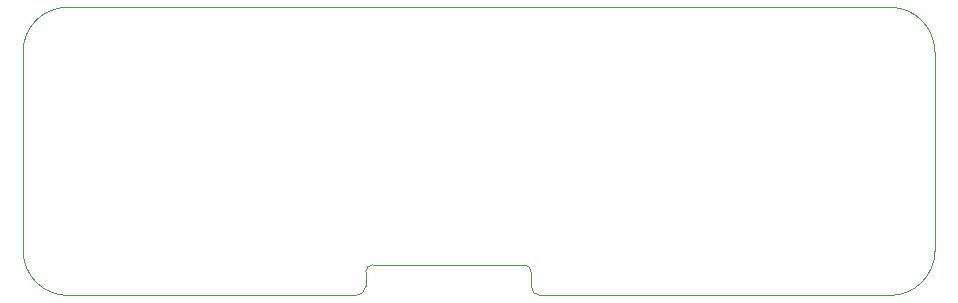
<source format=gm1>
%TF.GenerationSoftware,KiCad,Pcbnew,9.0.2*%
%TF.CreationDate,2025-07-06T18:25:15+02:00*%
%TF.ProjectId,Meshimi,4d657368-696d-4692-9e6b-696361645f70,v1.0*%
%TF.SameCoordinates,Original*%
%TF.FileFunction,Profile,NP*%
%FSLAX46Y46*%
G04 Gerber Fmt 4.6, Leading zero omitted, Abs format (unit mm)*
G04 Created by KiCad (PCBNEW 9.0.2) date 2025-07-06 18:25:15*
%MOMM*%
%LPD*%
G01*
G04 APERTURE LIST*
%TA.AperFunction,Profile*%
%ADD10C,0.050000*%
%TD*%
G04 APERTURE END LIST*
D10*
X102200000Y-93750000D02*
G75*
G02*
X105950000Y-90000000I3750000J0D01*
G01*
X106000000Y-114400000D02*
G75*
G02*
X102200000Y-110600000I0J3800000D01*
G01*
X179400000Y-93750000D02*
X179400000Y-110600000D01*
X131200000Y-113600000D02*
G75*
G02*
X130400000Y-114400000I-800000J0D01*
G01*
X145200000Y-113600000D02*
X145200000Y-112400000D01*
X146000000Y-114400000D02*
G75*
G02*
X145200000Y-113600000I0J800000D01*
G01*
X131200000Y-113600000D02*
X131200000Y-112400000D01*
X131200000Y-112400000D02*
G75*
G02*
X131800000Y-111800000I600000J0D01*
G01*
X102200000Y-93750000D02*
X102200000Y-110600000D01*
X105950000Y-90000000D02*
X175600000Y-90000000D01*
X175600000Y-114400000D02*
X146000000Y-114400000D01*
X175600000Y-89999671D02*
G75*
G02*
X179400000Y-93750000I0J-3800329D01*
G01*
X144600000Y-111800000D02*
G75*
G02*
X145200000Y-112400000I0J-600000D01*
G01*
X106000000Y-114400000D02*
X130400000Y-114400000D01*
X179400000Y-110600000D02*
G75*
G02*
X175600000Y-114400000I-3800000J0D01*
G01*
X131800000Y-111800000D02*
X144600000Y-111800000D01*
M02*

</source>
